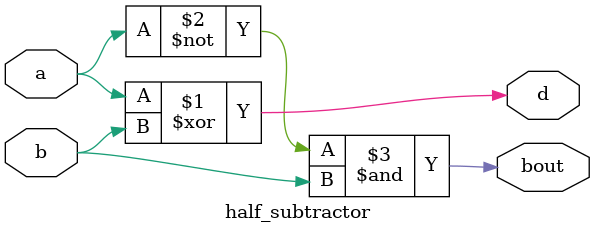
<source format=v>
`timescale 1ns / 1ps


module half_subtractor(
    input a,
    input b,
    output d,
    output bout
    );
    
    assign d = a^b;
    assign bout = ~a & b;
endmodule

</source>
